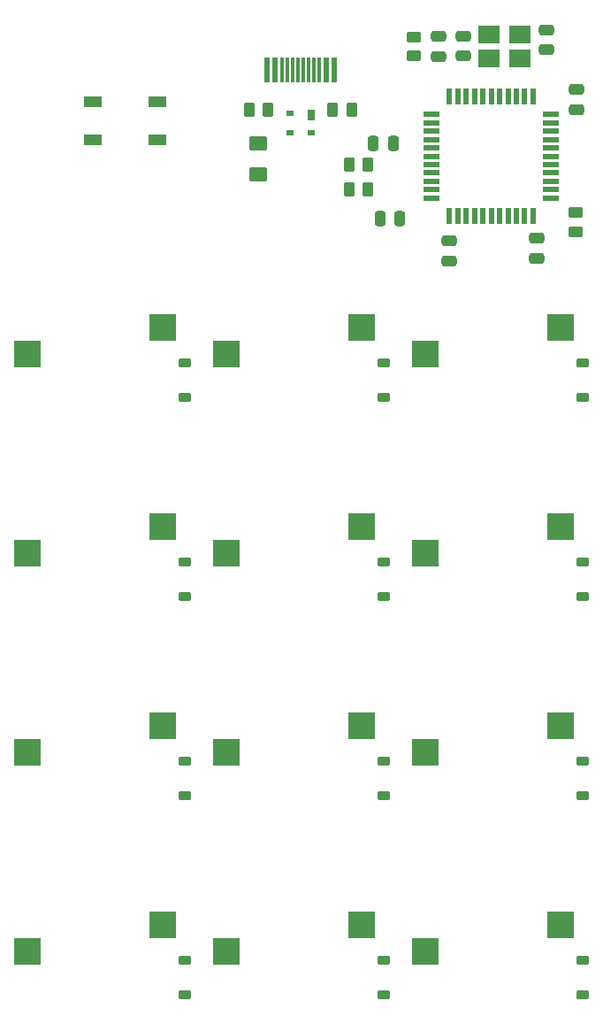
<source format=gbp>
G04 #@! TF.GenerationSoftware,KiCad,Pcbnew,(7.0.0)*
G04 #@! TF.CreationDate,2023-03-11T22:05:33-05:00*
G04 #@! TF.ProjectId,MacroPad,4d616372-6f50-4616-942e-6b696361645f,rev?*
G04 #@! TF.SameCoordinates,Original*
G04 #@! TF.FileFunction,Paste,Bot*
G04 #@! TF.FilePolarity,Positive*
%FSLAX46Y46*%
G04 Gerber Fmt 4.6, Leading zero omitted, Abs format (unit mm)*
G04 Created by KiCad (PCBNEW (7.0.0)) date 2023-03-11 22:05:33*
%MOMM*%
%LPD*%
G01*
G04 APERTURE LIST*
G04 Aperture macros list*
%AMRoundRect*
0 Rectangle with rounded corners*
0 $1 Rounding radius*
0 $2 $3 $4 $5 $6 $7 $8 $9 X,Y pos of 4 corners*
0 Add a 4 corners polygon primitive as box body*
4,1,4,$2,$3,$4,$5,$6,$7,$8,$9,$2,$3,0*
0 Add four circle primitives for the rounded corners*
1,1,$1+$1,$2,$3*
1,1,$1+$1,$4,$5*
1,1,$1+$1,$6,$7*
1,1,$1+$1,$8,$9*
0 Add four rect primitives between the rounded corners*
20,1,$1+$1,$2,$3,$4,$5,0*
20,1,$1+$1,$4,$5,$6,$7,0*
20,1,$1+$1,$6,$7,$8,$9,0*
20,1,$1+$1,$8,$9,$2,$3,0*%
G04 Aperture macros list end*
%ADD10R,2.550000X2.500000*%
%ADD11R,1.800000X1.100000*%
%ADD12RoundRect,0.225000X0.375000X-0.225000X0.375000X0.225000X-0.375000X0.225000X-0.375000X-0.225000X0*%
%ADD13RoundRect,0.250000X-0.262500X-0.450000X0.262500X-0.450000X0.262500X0.450000X-0.262500X0.450000X0*%
%ADD14RoundRect,0.250000X-0.475000X0.250000X-0.475000X-0.250000X0.475000X-0.250000X0.475000X0.250000X0*%
%ADD15RoundRect,0.250000X0.250000X0.475000X-0.250000X0.475000X-0.250000X-0.475000X0.250000X-0.475000X0*%
%ADD16RoundRect,0.250000X0.475000X-0.250000X0.475000X0.250000X-0.475000X0.250000X-0.475000X-0.250000X0*%
%ADD17RoundRect,0.250000X0.262500X0.450000X-0.262500X0.450000X-0.262500X-0.450000X0.262500X-0.450000X0*%
%ADD18RoundRect,0.250000X-0.450000X0.262500X-0.450000X-0.262500X0.450000X-0.262500X0.450000X0.262500X0*%
%ADD19R,2.100000X1.800000*%
%ADD20R,1.500000X0.550000*%
%ADD21R,0.550000X1.500000*%
%ADD22R,0.600000X2.450000*%
%ADD23R,0.300000X2.450000*%
%ADD24R,0.700000X1.000000*%
%ADD25R,0.700000X0.600000*%
%ADD26RoundRect,0.250001X0.624999X-0.462499X0.624999X0.462499X-0.624999X0.462499X-0.624999X-0.462499X0*%
G04 APERTURE END LIST*
D10*
X176271249Y-129222499D03*
X189198249Y-126682499D03*
X176271249Y-72072499D03*
X189198249Y-69532499D03*
X138171249Y-110172499D03*
X151098249Y-107632499D03*
X157221249Y-129222499D03*
X170148249Y-126682499D03*
X176271249Y-91122499D03*
X189198249Y-88582499D03*
X157221249Y-110172499D03*
X170148249Y-107632499D03*
X138171249Y-72072499D03*
X151098249Y-69532499D03*
X157221249Y-91122499D03*
X170148249Y-88582499D03*
X176271249Y-110172499D03*
X189198249Y-107632499D03*
X138171249Y-129222499D03*
X151098249Y-126682499D03*
D11*
X144372399Y-51633999D03*
X150572399Y-47933999D03*
X144372399Y-47933999D03*
X150572399Y-51633999D03*
D10*
X138171249Y-91122499D03*
X151098249Y-88582499D03*
X157221249Y-72072499D03*
X170148249Y-69532499D03*
D12*
X172243750Y-133412500D03*
X172243750Y-130112500D03*
D13*
X161186500Y-48768000D03*
X159361500Y-48768000D03*
D14*
X186944000Y-61026000D03*
X186944000Y-62926000D03*
D15*
X173162000Y-51943000D03*
X171262000Y-51943000D03*
D14*
X179852430Y-41696879D03*
X179852430Y-43596879D03*
D15*
X171897000Y-59182000D03*
X173797000Y-59182000D03*
D16*
X177539938Y-43614023D03*
X177539938Y-41714023D03*
D12*
X191293750Y-133412500D03*
X191293750Y-130112500D03*
X172243750Y-76262500D03*
X172243750Y-72962500D03*
D17*
X170775000Y-53975000D03*
X168950000Y-53975000D03*
D12*
X191293750Y-76262500D03*
X191293750Y-72962500D03*
D18*
X190673063Y-58592575D03*
X190673063Y-60417575D03*
D12*
X191293750Y-114362500D03*
X191293750Y-111062500D03*
D19*
X185271179Y-43796878D03*
X182371179Y-43796878D03*
X182371179Y-41496878D03*
X185271179Y-41496878D03*
D20*
X176862499Y-57181249D03*
X176862499Y-56381249D03*
X176862499Y-55581249D03*
X176862499Y-54781249D03*
X176862499Y-53981249D03*
X176862499Y-53181249D03*
X176862499Y-52381249D03*
X176862499Y-51581249D03*
X176862499Y-50781249D03*
X176862499Y-49981249D03*
X176862499Y-49181249D03*
D21*
X178562499Y-47481249D03*
X179362499Y-47481249D03*
X180162499Y-47481249D03*
X180962499Y-47481249D03*
X181762499Y-47481249D03*
X182562499Y-47481249D03*
X183362499Y-47481249D03*
X184162499Y-47481249D03*
X184962499Y-47481249D03*
X185762499Y-47481249D03*
X186562499Y-47481249D03*
D20*
X188262499Y-49181249D03*
X188262499Y-49981249D03*
X188262499Y-50781249D03*
X188262499Y-51581249D03*
X188262499Y-52381249D03*
X188262499Y-53181249D03*
X188262499Y-53981249D03*
X188262499Y-54781249D03*
X188262499Y-55581249D03*
X188262499Y-56381249D03*
X188262499Y-57181249D03*
D21*
X186562499Y-58881249D03*
X185762499Y-58881249D03*
X184962499Y-58881249D03*
X184162499Y-58881249D03*
X183362499Y-58881249D03*
X182562499Y-58881249D03*
X181762499Y-58881249D03*
X180962499Y-58881249D03*
X180162499Y-58881249D03*
X179362499Y-58881249D03*
X178562499Y-58881249D03*
D12*
X153193750Y-76262500D03*
X153193750Y-72962500D03*
D13*
X168950000Y-56356250D03*
X170775000Y-56356250D03*
D14*
X178562000Y-61280000D03*
X178562000Y-63180000D03*
D22*
X161081249Y-44884999D03*
X161856249Y-44884999D03*
D23*
X162556249Y-44884999D03*
X163056249Y-44884999D03*
X163556249Y-44884999D03*
X164056249Y-44884999D03*
X164556249Y-44884999D03*
X165056249Y-44884999D03*
X165556249Y-44884999D03*
X166056249Y-44884999D03*
D22*
X166756249Y-44884999D03*
X167531249Y-44884999D03*
D14*
X187833000Y-41087000D03*
X187833000Y-42987000D03*
D12*
X172243750Y-95312500D03*
X172243750Y-92012500D03*
X191293750Y-95312500D03*
X191293750Y-92012500D03*
D18*
X175186280Y-41768830D03*
X175186280Y-43593830D03*
D16*
X190724982Y-48704088D03*
X190724982Y-46804088D03*
D12*
X172243750Y-114362500D03*
X172243750Y-111062500D03*
X153193750Y-95312500D03*
X153193750Y-92012500D03*
D24*
X165306249Y-49256249D03*
D25*
X165306249Y-50956249D03*
X163306249Y-50956249D03*
X163306249Y-49056249D03*
D12*
X153193750Y-133412500D03*
X153193750Y-130112500D03*
X153193750Y-114362500D03*
X153193750Y-111062500D03*
D26*
X160274000Y-54929100D03*
X160274000Y-51954100D03*
D17*
X169187500Y-48768000D03*
X167362500Y-48768000D03*
M02*

</source>
